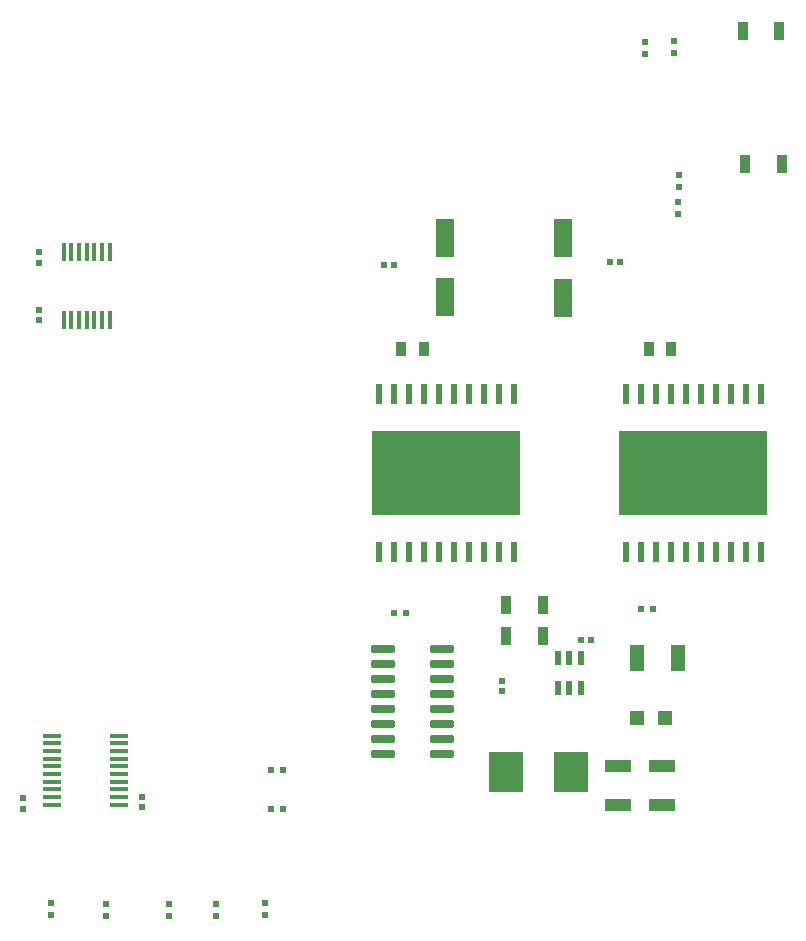
<source format=gtp>
G04*
G04 #@! TF.GenerationSoftware,Altium Limited,Altium Designer,22.9.1 (49)*
G04*
G04 Layer_Color=8421504*
%FSLAX44Y44*%
%MOMM*%
G71*
G04*
G04 #@! TF.SameCoordinates,66478680-C35E-4369-986B-202EB0108B9E*
G04*
G04*
G04 #@! TF.FilePolarity,Positive*
G04*
G01*
G75*
%ADD15R,1.6000X3.2000*%
%ADD16R,0.6000X0.5300*%
%ADD17R,0.9000X1.6000*%
%ADD18R,0.5000X0.4750*%
G04:AMPARAMS|DCode=19|XSize=1.57mm|YSize=0.41mm|CornerRadius=0.0513mm|HoleSize=0mm|Usage=FLASHONLY|Rotation=90.000|XOffset=0mm|YOffset=0mm|HoleType=Round|Shape=RoundedRectangle|*
%AMROUNDEDRECTD19*
21,1,1.5700,0.3075,0,0,90.0*
21,1,1.4675,0.4100,0,0,90.0*
1,1,0.1025,0.1538,0.7338*
1,1,0.1025,0.1538,-0.7338*
1,1,0.1025,-0.1538,-0.7338*
1,1,0.1025,-0.1538,0.7338*
%
%ADD19ROUNDEDRECTD19*%
G04:AMPARAMS|DCode=20|XSize=1.57mm|YSize=0.41mm|CornerRadius=0.0513mm|HoleSize=0mm|Usage=FLASHONLY|Rotation=180.000|XOffset=0mm|YOffset=0mm|HoleType=Round|Shape=RoundedRectangle|*
%AMROUNDEDRECTD20*
21,1,1.5700,0.3075,0,0,180.0*
21,1,1.4675,0.4100,0,0,180.0*
1,1,0.1025,-0.7338,0.1538*
1,1,0.1025,0.7338,0.1538*
1,1,0.1025,0.7338,-0.1538*
1,1,0.1025,-0.7338,-0.1538*
%
%ADD20ROUNDEDRECTD20*%
%ADD21R,0.5588X1.8034*%
%ADD22R,12.5984X7.1882*%
%ADD23R,0.4750X0.5000*%
%ADD24R,0.9000X1.3000*%
G04:AMPARAMS|DCode=25|XSize=1.97mm|YSize=0.6mm|CornerRadius=0.075mm|HoleSize=0mm|Usage=FLASHONLY|Rotation=180.000|XOffset=0mm|YOffset=0mm|HoleType=Round|Shape=RoundedRectangle|*
%AMROUNDEDRECTD25*
21,1,1.9700,0.4500,0,0,180.0*
21,1,1.8200,0.6000,0,0,180.0*
1,1,0.1500,-0.9100,0.2250*
1,1,0.1500,0.9100,0.2250*
1,1,0.1500,0.9100,-0.2250*
1,1,0.1500,-0.9100,-0.2250*
%
%ADD25ROUNDEDRECTD25*%
%ADD26R,0.5300X0.6000*%
%ADD27R,2.2000X1.1000*%
%ADD28R,1.1500X1.1500*%
%ADD29R,1.2500X2.3000*%
%ADD30R,2.9500X3.5000*%
%ADD31R,0.6000X1.2500*%
D15*
X875030Y948074D02*
D03*
Y998074D02*
D03*
X774954Y998182D02*
D03*
Y948182D02*
D03*
D16*
X822960Y623420D02*
D03*
Y614680D02*
D03*
X430784Y929080D02*
D03*
Y937820D02*
D03*
Y986334D02*
D03*
Y977594D02*
D03*
X518414Y516330D02*
D03*
Y525070D02*
D03*
X417322Y524054D02*
D03*
Y515314D02*
D03*
D17*
X826510Y688086D02*
D03*
X857510D02*
D03*
X826764Y661924D02*
D03*
X857764D02*
D03*
X1026752Y1173448D02*
D03*
X1057752D02*
D03*
X1029115Y1061539D02*
D03*
X1060115D02*
D03*
D18*
X944372Y1164376D02*
D03*
Y1154136D02*
D03*
X972312Y1028740D02*
D03*
Y1018500D02*
D03*
X972566Y1051854D02*
D03*
Y1041614D02*
D03*
X968756Y1154898D02*
D03*
Y1165138D02*
D03*
X488000Y424760D02*
D03*
Y435000D02*
D03*
X441000Y424880D02*
D03*
Y435120D02*
D03*
X541000Y424760D02*
D03*
Y435000D02*
D03*
X622554Y425156D02*
D03*
Y435396D02*
D03*
X580898Y434888D02*
D03*
Y424648D02*
D03*
D19*
X451924Y929134D02*
D03*
X458424D02*
D03*
X464924D02*
D03*
X471424D02*
D03*
X477924D02*
D03*
X484424D02*
D03*
X490924D02*
D03*
Y986534D02*
D03*
X484424D02*
D03*
X477924D02*
D03*
X471424D02*
D03*
X464924D02*
D03*
X458424D02*
D03*
X451924D02*
D03*
D20*
X499108Y518628D02*
D03*
Y525128D02*
D03*
Y531628D02*
D03*
Y538128D02*
D03*
Y544628D02*
D03*
Y551128D02*
D03*
Y557628D02*
D03*
Y564128D02*
D03*
Y570628D02*
D03*
Y577128D02*
D03*
X441708D02*
D03*
Y570628D02*
D03*
Y564128D02*
D03*
Y557628D02*
D03*
Y551128D02*
D03*
Y544628D02*
D03*
Y538128D02*
D03*
Y531628D02*
D03*
Y525128D02*
D03*
Y518628D02*
D03*
D21*
X718820Y732536D02*
D03*
X731520D02*
D03*
X744220D02*
D03*
X756920D02*
D03*
X769620D02*
D03*
X782320D02*
D03*
X795020D02*
D03*
X807720D02*
D03*
X820420D02*
D03*
X833120D02*
D03*
Y866140D02*
D03*
X820420D02*
D03*
X807720D02*
D03*
X795020D02*
D03*
X782320D02*
D03*
X769620D02*
D03*
X756920D02*
D03*
X744220D02*
D03*
X731520D02*
D03*
X718820D02*
D03*
X927926Y732536D02*
D03*
X940627D02*
D03*
X953326D02*
D03*
X966027D02*
D03*
X978727D02*
D03*
X991426D02*
D03*
X1004127D02*
D03*
X1016826D02*
D03*
X1029527D02*
D03*
X1042226D02*
D03*
Y866140D02*
D03*
X1029527D02*
D03*
X1016826D02*
D03*
X1004127D02*
D03*
X991426D02*
D03*
X978727D02*
D03*
X966027D02*
D03*
X953326D02*
D03*
X940627D02*
D03*
X927926D02*
D03*
D22*
X775970Y799338D02*
D03*
X985077D02*
D03*
D23*
X627760Y515000D02*
D03*
X638000D02*
D03*
X627760Y548000D02*
D03*
X638000D02*
D03*
X741680Y680720D02*
D03*
X731440D02*
D03*
X940598Y684030D02*
D03*
X950838D02*
D03*
D24*
X947159Y904627D02*
D03*
X966160D02*
D03*
X737920Y904240D02*
D03*
X756920D02*
D03*
D25*
X772160Y561340D02*
D03*
Y574040D02*
D03*
Y586740D02*
D03*
Y599440D02*
D03*
Y612140D02*
D03*
Y624840D02*
D03*
Y637540D02*
D03*
Y650240D02*
D03*
X722660D02*
D03*
Y637540D02*
D03*
Y624840D02*
D03*
Y612140D02*
D03*
Y599440D02*
D03*
Y586740D02*
D03*
Y574040D02*
D03*
Y561340D02*
D03*
D26*
X722780Y975360D02*
D03*
X731520D02*
D03*
X889710Y657860D02*
D03*
X898450D02*
D03*
X923140Y977900D02*
D03*
X914400D02*
D03*
D27*
X958596Y551424D02*
D03*
Y518424D02*
D03*
X921258Y551170D02*
D03*
Y518170D02*
D03*
D28*
X960760Y591820D02*
D03*
X937260D02*
D03*
D29*
X971760Y642620D02*
D03*
X937260D02*
D03*
D30*
X826880Y546100D02*
D03*
X881380D02*
D03*
D31*
X870629Y617695D02*
D03*
X880129D02*
D03*
X889629D02*
D03*
Y642695D02*
D03*
X880129D02*
D03*
X870629D02*
D03*
M02*

</source>
